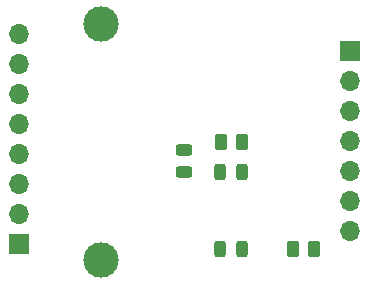
<source format=gbr>
%TF.GenerationSoftware,KiCad,Pcbnew,7.0.7-7.0.7~ubuntu20.04.1*%
%TF.CreationDate,2023-08-31T15:52:28+01:00*%
%TF.ProjectId,hot-end-connector,686f742d-656e-4642-9d63-6f6e6e656374,rev?*%
%TF.SameCoordinates,Original*%
%TF.FileFunction,Soldermask,Top*%
%TF.FilePolarity,Negative*%
%FSLAX46Y46*%
G04 Gerber Fmt 4.6, Leading zero omitted, Abs format (unit mm)*
G04 Created by KiCad (PCBNEW 7.0.7-7.0.7~ubuntu20.04.1) date 2023-08-31 15:52:28*
%MOMM*%
%LPD*%
G01*
G04 APERTURE LIST*
G04 Aperture macros list*
%AMRoundRect*
0 Rectangle with rounded corners*
0 $1 Rounding radius*
0 $2 $3 $4 $5 $6 $7 $8 $9 X,Y pos of 4 corners*
0 Add a 4 corners polygon primitive as box body*
4,1,4,$2,$3,$4,$5,$6,$7,$8,$9,$2,$3,0*
0 Add four circle primitives for the rounded corners*
1,1,$1+$1,$2,$3*
1,1,$1+$1,$4,$5*
1,1,$1+$1,$6,$7*
1,1,$1+$1,$8,$9*
0 Add four rect primitives between the rounded corners*
20,1,$1+$1,$2,$3,$4,$5,0*
20,1,$1+$1,$4,$5,$6,$7,0*
20,1,$1+$1,$6,$7,$8,$9,0*
20,1,$1+$1,$8,$9,$2,$3,0*%
G04 Aperture macros list end*
%ADD10RoundRect,0.250000X-0.262500X-0.450000X0.262500X-0.450000X0.262500X0.450000X-0.262500X0.450000X0*%
%ADD11C,3.000000*%
%ADD12RoundRect,0.243750X0.456250X-0.243750X0.456250X0.243750X-0.456250X0.243750X-0.456250X-0.243750X0*%
%ADD13RoundRect,0.243750X-0.243750X-0.456250X0.243750X-0.456250X0.243750X0.456250X-0.243750X0.456250X0*%
%ADD14RoundRect,0.243750X0.243750X0.456250X-0.243750X0.456250X-0.243750X-0.456250X0.243750X-0.456250X0*%
%ADD15R,1.700000X1.700000*%
%ADD16O,1.700000X1.700000*%
G04 APERTURE END LIST*
D10*
%TO.C,R1*%
X54175000Y-177000000D03*
X56000000Y-177000000D03*
%TD*%
%TO.C,R2*%
X48087500Y-168000000D03*
X49912500Y-168000000D03*
%TD*%
D11*
%TO.C,H1*%
X38000000Y-178000000D03*
%TD*%
D12*
%TO.C,1N4148*%
X45000000Y-170500000D03*
X45000000Y-168625000D03*
%TD*%
D11*
%TO.C,H2*%
X38000000Y-158000000D03*
%TD*%
D13*
%TO.C,D1*%
X48062500Y-177000000D03*
X49937500Y-177000000D03*
%TD*%
D14*
%TO.C,D2*%
X49937500Y-170500000D03*
X48062500Y-170500000D03*
%TD*%
D15*
%TO.C,J1*%
X59000000Y-160260000D03*
D16*
X59000000Y-162800000D03*
X59000000Y-165340000D03*
X59000000Y-167880000D03*
X59000000Y-170420000D03*
X59000000Y-172960000D03*
X59000000Y-175500000D03*
%TD*%
D15*
%TO.C,J2*%
X31000000Y-176620000D03*
D16*
X31000000Y-174080000D03*
X31000000Y-171540000D03*
X31000000Y-169000000D03*
X31000000Y-166460000D03*
X31000000Y-163920000D03*
X31000000Y-161380000D03*
X31000000Y-158840000D03*
%TD*%
M02*

</source>
